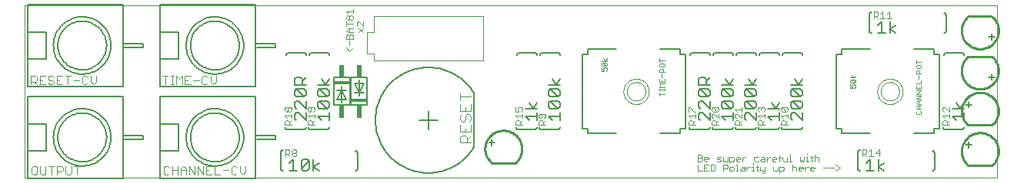
<source format=gto>
G75*
%MOIN*%
%OFA0B0*%
%FSLAX24Y24*%
%IPPOS*%
%LPD*%
%AMOC8*
5,1,8,0,0,1.08239X$1,22.5*
%
%ADD10C,0.0010*%
%ADD11C,0.0020*%
%ADD12C,0.0080*%
%ADD13C,0.0050*%
%ADD14C,0.0030*%
%ADD15C,0.0060*%
%ADD16R,0.0700X0.0150*%
%ADD17R,0.0200X0.0550*%
%ADD18C,0.0040*%
%ADD19C,0.0100*%
%ADD20C,0.0031*%
%ADD21C,0.0024*%
D10*
X007994Y004807D02*
X050120Y004807D01*
X050120Y012287D01*
X007994Y012287D01*
X007994Y004807D01*
D11*
X021938Y010484D02*
X022079Y010297D01*
X022219Y010484D01*
X022079Y010573D02*
X022079Y010760D01*
X022079Y010849D02*
X022079Y010989D01*
X022125Y011036D01*
X022172Y011036D01*
X022219Y010989D01*
X022219Y010849D01*
X021938Y010849D01*
X021938Y010989D01*
X021985Y011036D01*
X022032Y011036D01*
X022079Y010989D01*
X022079Y011125D02*
X022079Y011312D01*
X022032Y011312D02*
X022219Y011312D01*
X022219Y011495D02*
X021938Y011495D01*
X021938Y011402D02*
X021938Y011588D01*
X021985Y011678D02*
X022032Y011678D01*
X022079Y011725D01*
X022079Y011818D01*
X022125Y011865D01*
X022172Y011865D01*
X022219Y011818D01*
X022219Y011725D01*
X022172Y011678D01*
X022125Y011678D01*
X022079Y011725D01*
X022079Y011818D02*
X022032Y011865D01*
X021985Y011865D01*
X021938Y011818D01*
X021938Y011725D01*
X021985Y011678D01*
X022388Y011542D02*
X022388Y011448D01*
X022435Y011402D01*
X022482Y011312D02*
X022669Y011125D01*
X022482Y011125D02*
X022669Y011312D01*
X022669Y011402D02*
X022482Y011588D01*
X022435Y011588D01*
X022388Y011542D01*
X022669Y011588D02*
X022669Y011402D01*
X022032Y011312D02*
X021938Y011219D01*
X022032Y011125D01*
X022219Y011125D01*
X022219Y011954D02*
X022219Y012141D01*
X022219Y012048D02*
X021938Y012048D01*
X022032Y011954D01*
X033004Y009883D02*
X033224Y009883D01*
X033150Y009883D02*
X033077Y009993D01*
X033150Y009883D02*
X033224Y009993D01*
X033187Y009808D02*
X033224Y009772D01*
X033224Y009698D01*
X033187Y009662D01*
X033040Y009808D01*
X033187Y009808D01*
X033187Y009662D02*
X033040Y009662D01*
X033004Y009698D01*
X033004Y009772D01*
X033040Y009808D01*
X033004Y009587D02*
X033004Y009441D01*
X033114Y009441D01*
X033077Y009514D01*
X033077Y009551D01*
X033114Y009587D01*
X033187Y009587D01*
X033224Y009551D01*
X033224Y009477D01*
X033187Y009441D01*
X035504Y009404D02*
X035504Y009514D01*
X035540Y009551D01*
X035614Y009551D01*
X035650Y009514D01*
X035650Y009404D01*
X035724Y009404D02*
X035504Y009404D01*
X035614Y009330D02*
X035614Y009183D01*
X035724Y009109D02*
X035724Y008962D01*
X035504Y008962D01*
X035504Y009109D01*
X035614Y009035D02*
X035614Y008962D01*
X035504Y008888D02*
X035724Y008888D01*
X035724Y008741D02*
X035504Y008741D01*
X035577Y008814D01*
X035504Y008888D01*
X035504Y008667D02*
X035504Y008593D01*
X035504Y008630D02*
X035724Y008630D01*
X035724Y008593D02*
X035724Y008667D01*
X035724Y008446D02*
X035504Y008446D01*
X035504Y008519D02*
X035504Y008372D01*
X034094Y008557D02*
X034096Y008597D01*
X034102Y008636D01*
X034112Y008675D01*
X034125Y008712D01*
X034143Y008748D01*
X034164Y008782D01*
X034188Y008814D01*
X034215Y008843D01*
X034245Y008870D01*
X034277Y008893D01*
X034312Y008913D01*
X034348Y008929D01*
X034386Y008942D01*
X034425Y008951D01*
X034464Y008956D01*
X034504Y008957D01*
X034544Y008954D01*
X034583Y008947D01*
X034621Y008936D01*
X034659Y008922D01*
X034694Y008903D01*
X034727Y008882D01*
X034759Y008857D01*
X034787Y008829D01*
X034813Y008799D01*
X034835Y008766D01*
X034854Y008731D01*
X034870Y008694D01*
X034882Y008656D01*
X034890Y008617D01*
X034894Y008577D01*
X034894Y008537D01*
X034890Y008497D01*
X034882Y008458D01*
X034870Y008420D01*
X034854Y008383D01*
X034835Y008348D01*
X034813Y008315D01*
X034787Y008285D01*
X034759Y008257D01*
X034727Y008232D01*
X034694Y008211D01*
X034659Y008192D01*
X034621Y008178D01*
X034583Y008167D01*
X034544Y008160D01*
X034504Y008157D01*
X034464Y008158D01*
X034425Y008163D01*
X034386Y008172D01*
X034348Y008185D01*
X034312Y008201D01*
X034277Y008221D01*
X034245Y008244D01*
X034215Y008271D01*
X034188Y008300D01*
X034164Y008332D01*
X034143Y008366D01*
X034125Y008402D01*
X034112Y008439D01*
X034102Y008478D01*
X034096Y008517D01*
X034094Y008557D01*
X033944Y008557D02*
X033946Y008604D01*
X033952Y008650D01*
X033962Y008696D01*
X033975Y008740D01*
X033993Y008784D01*
X034014Y008825D01*
X034038Y008865D01*
X034066Y008903D01*
X034097Y008938D01*
X034131Y008970D01*
X034167Y008999D01*
X034206Y009025D01*
X034246Y009048D01*
X034289Y009067D01*
X034333Y009083D01*
X034378Y009095D01*
X034424Y009103D01*
X034471Y009107D01*
X034517Y009107D01*
X034564Y009103D01*
X034610Y009095D01*
X034655Y009083D01*
X034699Y009067D01*
X034742Y009048D01*
X034782Y009025D01*
X034821Y008999D01*
X034857Y008970D01*
X034891Y008938D01*
X034922Y008903D01*
X034950Y008865D01*
X034974Y008825D01*
X034995Y008784D01*
X035013Y008740D01*
X035026Y008696D01*
X035036Y008650D01*
X035042Y008604D01*
X035044Y008557D01*
X035042Y008510D01*
X035036Y008464D01*
X035026Y008418D01*
X035013Y008374D01*
X034995Y008330D01*
X034974Y008289D01*
X034950Y008249D01*
X034922Y008211D01*
X034891Y008176D01*
X034857Y008144D01*
X034821Y008115D01*
X034782Y008089D01*
X034742Y008066D01*
X034699Y008047D01*
X034655Y008031D01*
X034610Y008019D01*
X034564Y008011D01*
X034517Y008007D01*
X034471Y008007D01*
X034424Y008011D01*
X034378Y008019D01*
X034333Y008031D01*
X034289Y008047D01*
X034246Y008066D01*
X034206Y008089D01*
X034167Y008115D01*
X034131Y008144D01*
X034097Y008176D01*
X034066Y008211D01*
X034038Y008249D01*
X034014Y008289D01*
X033993Y008330D01*
X033975Y008374D01*
X033962Y008418D01*
X033952Y008464D01*
X033946Y008510D01*
X033944Y008557D01*
X035504Y009661D02*
X035540Y009625D01*
X035687Y009625D01*
X035724Y009661D01*
X035724Y009735D01*
X035687Y009772D01*
X035540Y009772D01*
X035504Y009735D01*
X035504Y009661D01*
X035504Y009846D02*
X035504Y009992D01*
X035504Y009919D02*
X035724Y009919D01*
X043763Y009154D02*
X043984Y009154D01*
X043910Y009154D02*
X043837Y009264D01*
X043910Y009154D02*
X043984Y009264D01*
X043947Y009080D02*
X043984Y009043D01*
X043984Y008970D01*
X043947Y008933D01*
X043800Y009080D01*
X043947Y009080D01*
X043947Y008933D02*
X043800Y008933D01*
X043763Y008970D01*
X043763Y009043D01*
X043800Y009080D01*
X043763Y008859D02*
X043763Y008712D01*
X043873Y008712D01*
X043837Y008786D01*
X043837Y008822D01*
X043873Y008859D01*
X043947Y008859D01*
X043984Y008822D01*
X043984Y008749D01*
X043947Y008712D01*
X045094Y008557D02*
X045096Y008597D01*
X045102Y008636D01*
X045112Y008675D01*
X045125Y008712D01*
X045143Y008748D01*
X045164Y008782D01*
X045188Y008814D01*
X045215Y008843D01*
X045245Y008870D01*
X045277Y008893D01*
X045312Y008913D01*
X045348Y008929D01*
X045386Y008942D01*
X045425Y008951D01*
X045464Y008956D01*
X045504Y008957D01*
X045544Y008954D01*
X045583Y008947D01*
X045621Y008936D01*
X045659Y008922D01*
X045694Y008903D01*
X045727Y008882D01*
X045759Y008857D01*
X045787Y008829D01*
X045813Y008799D01*
X045835Y008766D01*
X045854Y008731D01*
X045870Y008694D01*
X045882Y008656D01*
X045890Y008617D01*
X045894Y008577D01*
X045894Y008537D01*
X045890Y008497D01*
X045882Y008458D01*
X045870Y008420D01*
X045854Y008383D01*
X045835Y008348D01*
X045813Y008315D01*
X045787Y008285D01*
X045759Y008257D01*
X045727Y008232D01*
X045694Y008211D01*
X045659Y008192D01*
X045621Y008178D01*
X045583Y008167D01*
X045544Y008160D01*
X045504Y008157D01*
X045464Y008158D01*
X045425Y008163D01*
X045386Y008172D01*
X045348Y008185D01*
X045312Y008201D01*
X045277Y008221D01*
X045245Y008244D01*
X045215Y008271D01*
X045188Y008300D01*
X045164Y008332D01*
X045143Y008366D01*
X045125Y008402D01*
X045112Y008439D01*
X045102Y008478D01*
X045096Y008517D01*
X045094Y008557D01*
X044944Y008557D02*
X044946Y008604D01*
X044952Y008650D01*
X044962Y008696D01*
X044975Y008740D01*
X044993Y008784D01*
X045014Y008825D01*
X045038Y008865D01*
X045066Y008903D01*
X045097Y008938D01*
X045131Y008970D01*
X045167Y008999D01*
X045206Y009025D01*
X045246Y009048D01*
X045289Y009067D01*
X045333Y009083D01*
X045378Y009095D01*
X045424Y009103D01*
X045471Y009107D01*
X045517Y009107D01*
X045564Y009103D01*
X045610Y009095D01*
X045655Y009083D01*
X045699Y009067D01*
X045742Y009048D01*
X045782Y009025D01*
X045821Y008999D01*
X045857Y008970D01*
X045891Y008938D01*
X045922Y008903D01*
X045950Y008865D01*
X045974Y008825D01*
X045995Y008784D01*
X046013Y008740D01*
X046026Y008696D01*
X046036Y008650D01*
X046042Y008604D01*
X046044Y008557D01*
X046042Y008510D01*
X046036Y008464D01*
X046026Y008418D01*
X046013Y008374D01*
X045995Y008330D01*
X045974Y008289D01*
X045950Y008249D01*
X045922Y008211D01*
X045891Y008176D01*
X045857Y008144D01*
X045821Y008115D01*
X045782Y008089D01*
X045742Y008066D01*
X045699Y008047D01*
X045655Y008031D01*
X045610Y008019D01*
X045564Y008011D01*
X045517Y008007D01*
X045471Y008007D01*
X045424Y008011D01*
X045378Y008019D01*
X045333Y008031D01*
X045289Y008047D01*
X045246Y008066D01*
X045206Y008089D01*
X045167Y008115D01*
X045131Y008144D01*
X045097Y008176D01*
X045066Y008211D01*
X045038Y008249D01*
X045014Y008289D01*
X044993Y008330D01*
X044975Y008374D01*
X044962Y008418D01*
X044952Y008464D01*
X044946Y008510D01*
X044944Y008557D01*
X046616Y008598D02*
X046836Y008598D01*
X046616Y008451D01*
X046836Y008451D01*
X046836Y008377D02*
X046616Y008377D01*
X046616Y008230D02*
X046836Y008377D01*
X046836Y008230D02*
X046616Y008230D01*
X046689Y008156D02*
X046836Y008156D01*
X046726Y008156D02*
X046726Y008009D01*
X046689Y008009D02*
X046616Y008082D01*
X046689Y008156D01*
X046689Y008009D02*
X046836Y008009D01*
X046836Y007935D02*
X046616Y007935D01*
X046726Y007935D02*
X046726Y007788D01*
X046799Y007714D02*
X046836Y007677D01*
X046836Y007604D01*
X046799Y007567D01*
X046652Y007567D01*
X046616Y007604D01*
X046616Y007677D01*
X046652Y007714D01*
X046616Y007788D02*
X046836Y007788D01*
X046836Y008672D02*
X046836Y008819D01*
X046836Y008893D02*
X046836Y009040D01*
X046726Y009114D02*
X046726Y009261D01*
X046763Y009335D02*
X046763Y009445D01*
X046726Y009482D01*
X046652Y009482D01*
X046616Y009445D01*
X046616Y009335D01*
X046836Y009335D01*
X046799Y009556D02*
X046836Y009593D01*
X046836Y009666D01*
X046799Y009703D01*
X046652Y009703D01*
X046616Y009666D01*
X046616Y009593D01*
X046652Y009556D01*
X046799Y009556D01*
X046616Y009777D02*
X046616Y009924D01*
X046616Y009850D02*
X046836Y009850D01*
X046836Y008893D02*
X046616Y008893D01*
X046616Y008819D02*
X046616Y008672D01*
X046836Y008672D01*
X046726Y008672D02*
X046726Y008745D01*
X042228Y005797D02*
X042228Y005517D01*
X042137Y005517D02*
X042091Y005563D01*
X042091Y005750D01*
X042044Y005704D02*
X042137Y005704D01*
X042228Y005657D02*
X042275Y005704D01*
X042368Y005704D01*
X042415Y005657D01*
X042415Y005517D01*
X042184Y005284D02*
X042231Y005237D01*
X042231Y005190D01*
X042044Y005190D01*
X042044Y005143D02*
X042044Y005237D01*
X042091Y005284D01*
X042184Y005284D01*
X042044Y005143D02*
X042091Y005097D01*
X042184Y005097D01*
X041907Y005284D02*
X041814Y005190D01*
X041724Y005190D02*
X041537Y005190D01*
X041537Y005143D02*
X041537Y005237D01*
X041584Y005284D01*
X041678Y005284D01*
X041724Y005237D01*
X041724Y005190D01*
X041678Y005097D02*
X041584Y005097D01*
X041537Y005143D01*
X041448Y005097D02*
X041448Y005237D01*
X041401Y005284D01*
X041308Y005284D01*
X041261Y005237D01*
X041261Y005377D02*
X041261Y005097D01*
X040896Y005143D02*
X040849Y005097D01*
X040709Y005097D01*
X040619Y005097D02*
X040619Y005284D01*
X040709Y005284D02*
X040849Y005284D01*
X040896Y005237D01*
X040896Y005143D01*
X040709Y005003D02*
X040709Y005284D01*
X040709Y005517D02*
X040709Y005750D01*
X040756Y005797D01*
X040847Y005704D02*
X040847Y005563D01*
X040894Y005517D01*
X041034Y005517D01*
X041034Y005704D01*
X041123Y005797D02*
X041170Y005797D01*
X041170Y005517D01*
X041216Y005517D02*
X041123Y005517D01*
X040756Y005657D02*
X040663Y005657D01*
X040573Y005657D02*
X040573Y005610D01*
X040386Y005610D01*
X040386Y005563D02*
X040386Y005657D01*
X040433Y005704D01*
X040527Y005704D01*
X040573Y005657D01*
X040527Y005517D02*
X040433Y005517D01*
X040386Y005563D01*
X040296Y005704D02*
X040250Y005704D01*
X040156Y005610D01*
X040067Y005610D02*
X039927Y005610D01*
X039880Y005563D01*
X039927Y005517D01*
X040067Y005517D01*
X040067Y005657D01*
X040020Y005704D01*
X039927Y005704D01*
X039791Y005704D02*
X039650Y005704D01*
X039604Y005657D01*
X039604Y005563D01*
X039650Y005517D01*
X039791Y005517D01*
X039743Y005330D02*
X039743Y005143D01*
X039789Y005097D01*
X039880Y005143D02*
X039927Y005097D01*
X040067Y005097D01*
X040067Y005050D02*
X040020Y005003D01*
X039973Y005003D01*
X040067Y005050D02*
X040067Y005284D01*
X039880Y005284D02*
X039880Y005143D01*
X039789Y005284D02*
X039696Y005284D01*
X039558Y005284D02*
X039558Y005097D01*
X039512Y005097D02*
X039605Y005097D01*
X039375Y005284D02*
X039282Y005190D01*
X039192Y005190D02*
X039052Y005190D01*
X039005Y005143D01*
X039052Y005097D01*
X039192Y005097D01*
X039192Y005237D01*
X039145Y005284D01*
X039052Y005284D01*
X038868Y005377D02*
X038868Y005097D01*
X038821Y005097D02*
X038915Y005097D01*
X038732Y005143D02*
X038732Y005237D01*
X038685Y005284D01*
X038592Y005284D01*
X038545Y005237D01*
X038545Y005143D01*
X038592Y005097D01*
X038685Y005097D01*
X038732Y005143D01*
X038821Y005377D02*
X038868Y005377D01*
X038868Y005517D02*
X038821Y005563D01*
X038821Y005657D01*
X038868Y005704D01*
X038961Y005704D01*
X039008Y005657D01*
X039008Y005610D01*
X038821Y005610D01*
X038732Y005563D02*
X038685Y005517D01*
X038545Y005517D01*
X038455Y005517D02*
X038455Y005704D01*
X038545Y005704D02*
X038685Y005704D01*
X038732Y005657D01*
X038732Y005563D01*
X038868Y005517D02*
X038961Y005517D01*
X039097Y005517D02*
X039097Y005704D01*
X039191Y005704D02*
X039237Y005704D01*
X039191Y005704D02*
X039097Y005610D01*
X038545Y005704D02*
X038545Y005423D01*
X038455Y005330D02*
X038455Y005237D01*
X038409Y005190D01*
X038269Y005190D01*
X038269Y005097D02*
X038269Y005377D01*
X038409Y005377D01*
X038455Y005330D01*
X038455Y005517D02*
X038315Y005517D01*
X038269Y005563D01*
X038269Y005704D01*
X038179Y005704D02*
X038039Y005704D01*
X037992Y005657D01*
X038039Y005610D01*
X038133Y005610D01*
X038179Y005563D01*
X038133Y005517D01*
X037992Y005517D01*
X037856Y005377D02*
X037716Y005377D01*
X037716Y005097D01*
X037856Y005097D01*
X037903Y005143D01*
X037903Y005330D01*
X037856Y005377D01*
X037627Y005377D02*
X037440Y005377D01*
X037440Y005097D01*
X037627Y005097D01*
X037533Y005237D02*
X037440Y005237D01*
X037351Y005097D02*
X037164Y005097D01*
X037164Y005377D01*
X037164Y005517D02*
X037304Y005517D01*
X037351Y005563D01*
X037351Y005610D01*
X037304Y005657D01*
X037164Y005657D01*
X037304Y005657D02*
X037351Y005704D01*
X037351Y005750D01*
X037304Y005797D01*
X037164Y005797D01*
X037164Y005517D01*
X037440Y005563D02*
X037440Y005657D01*
X037487Y005704D01*
X037580Y005704D01*
X037627Y005657D01*
X037627Y005610D01*
X037440Y005610D01*
X037440Y005563D02*
X037487Y005517D01*
X037580Y005517D01*
X039282Y005284D02*
X039282Y005097D01*
X039375Y005284D02*
X039422Y005284D01*
X039512Y005284D02*
X039558Y005284D01*
X039558Y005377D02*
X039558Y005424D01*
X040156Y005517D02*
X040156Y005704D01*
X040432Y005284D02*
X040432Y005143D01*
X040479Y005097D01*
X040619Y005097D01*
X041814Y005097D02*
X041814Y005284D01*
X041907Y005284D02*
X041954Y005284D01*
X041953Y005517D02*
X041860Y005517D01*
X041906Y005517D02*
X041906Y005704D01*
X041860Y005704D01*
X041770Y005704D02*
X041770Y005563D01*
X041724Y005517D01*
X041677Y005563D01*
X041630Y005517D01*
X041583Y005563D01*
X041583Y005704D01*
X041906Y005797D02*
X041906Y005844D01*
X043149Y005377D02*
X043336Y005237D01*
X043149Y005097D01*
X043059Y005237D02*
X042873Y005237D01*
X042783Y005237D02*
X042596Y005237D01*
D12*
X043387Y006726D02*
X044647Y006726D01*
X043387Y006726D02*
X043387Y006943D01*
X043171Y006943D01*
X043171Y010171D01*
X043387Y010171D01*
X043387Y010387D01*
X044647Y010387D01*
X046537Y010387D02*
X047403Y010387D01*
X047403Y010171D01*
X047620Y010171D01*
X047620Y006943D01*
X047403Y006943D01*
X047403Y006726D01*
X046537Y006726D01*
X036620Y006943D02*
X036403Y006943D01*
X036403Y006726D01*
X035537Y006726D01*
X036620Y006943D02*
X036620Y010171D01*
X036403Y010171D01*
X036403Y010387D01*
X035537Y010387D01*
X033647Y010387D02*
X032387Y010387D01*
X032387Y010171D01*
X032171Y010171D01*
X032171Y006943D01*
X032387Y006943D01*
X032387Y006726D01*
X033647Y006726D01*
D13*
X028369Y006330D02*
X028119Y006330D01*
X028246Y006207D02*
X028246Y006457D01*
X027462Y006126D02*
X027462Y008488D01*
X025494Y007700D02*
X025494Y006913D01*
X027463Y006126D02*
X027412Y006045D01*
X027359Y005967D01*
X027302Y005892D01*
X027242Y005818D01*
X027179Y005747D01*
X027113Y005679D01*
X027044Y005614D01*
X026973Y005551D01*
X026900Y005491D01*
X026823Y005435D01*
X026745Y005382D01*
X026664Y005332D01*
X026582Y005285D01*
X026498Y005242D01*
X026411Y005202D01*
X026324Y005166D01*
X026235Y005134D01*
X026144Y005105D01*
X026053Y005080D01*
X025961Y005059D01*
X025867Y005042D01*
X025773Y005028D01*
X025679Y005018D01*
X025585Y005013D01*
X025490Y005011D01*
X025395Y005013D01*
X025300Y005019D01*
X025206Y005029D01*
X025112Y005043D01*
X025019Y005061D01*
X024927Y005082D01*
X024836Y005107D01*
X024745Y005136D01*
X024656Y005169D01*
X024569Y005206D01*
X024483Y005246D01*
X024399Y005289D01*
X024316Y005336D01*
X024236Y005386D01*
X024158Y005440D01*
X024082Y005497D01*
X024008Y005556D01*
X023937Y005619D01*
X023869Y005685D01*
X023803Y005753D01*
X023741Y005825D01*
X023681Y005898D01*
X023624Y005974D01*
X023571Y006053D01*
X023521Y006133D01*
X023474Y006215D01*
X023431Y006300D01*
X023391Y006386D01*
X023355Y006473D01*
X023322Y006562D01*
X023293Y006653D01*
X023268Y006744D01*
X023247Y006836D01*
X023229Y006930D01*
X023216Y007023D01*
X023206Y007118D01*
X023200Y007212D01*
X023198Y007307D01*
X023200Y007402D01*
X023206Y007496D01*
X023216Y007591D01*
X023229Y007684D01*
X023247Y007778D01*
X023268Y007870D01*
X023293Y007961D01*
X023322Y008052D01*
X023355Y008141D01*
X023391Y008228D01*
X023431Y008314D01*
X023474Y008399D01*
X023521Y008481D01*
X023571Y008561D01*
X023624Y008640D01*
X023681Y008716D01*
X023741Y008789D01*
X023803Y008861D01*
X023869Y008929D01*
X023937Y008995D01*
X024008Y009058D01*
X024082Y009117D01*
X024158Y009174D01*
X024236Y009228D01*
X024316Y009278D01*
X024399Y009325D01*
X024483Y009368D01*
X024569Y009408D01*
X024656Y009445D01*
X024745Y009478D01*
X024836Y009507D01*
X024927Y009532D01*
X025019Y009553D01*
X025112Y009571D01*
X025206Y009585D01*
X025300Y009595D01*
X025395Y009601D01*
X025490Y009603D01*
X025585Y009601D01*
X025679Y009596D01*
X025773Y009586D01*
X025867Y009572D01*
X025961Y009555D01*
X026053Y009534D01*
X026144Y009509D01*
X026235Y009480D01*
X026324Y009448D01*
X026411Y009412D01*
X026498Y009372D01*
X026582Y009329D01*
X026664Y009282D01*
X026745Y009232D01*
X026823Y009179D01*
X026900Y009123D01*
X026973Y009063D01*
X027044Y009000D01*
X027113Y008935D01*
X027179Y008867D01*
X027242Y008796D01*
X027302Y008722D01*
X027359Y008647D01*
X027412Y008569D01*
X027463Y008488D01*
X025887Y007307D02*
X025100Y007307D01*
X018881Y006635D02*
X018881Y006478D01*
X018055Y006478D01*
X018015Y006635D02*
X018881Y006635D01*
X018015Y006635D02*
X018015Y008328D01*
X013881Y008328D01*
X013881Y007147D01*
X014669Y007147D01*
X014669Y005966D01*
X013881Y005966D01*
X013881Y007147D01*
X013131Y006635D02*
X012265Y006635D01*
X012265Y008328D01*
X008131Y008328D01*
X008131Y007147D01*
X008919Y007147D01*
X008919Y005966D01*
X008131Y005966D01*
X008131Y007147D01*
X009435Y006557D02*
X009437Y006622D01*
X009443Y006686D01*
X009453Y006750D01*
X009466Y006813D01*
X009484Y006875D01*
X009505Y006936D01*
X009530Y006996D01*
X009559Y007054D01*
X009591Y007110D01*
X009626Y007164D01*
X009665Y007215D01*
X009706Y007265D01*
X009751Y007312D01*
X009798Y007355D01*
X009848Y007396D01*
X009901Y007434D01*
X009955Y007469D01*
X010012Y007500D01*
X010070Y007527D01*
X010130Y007552D01*
X010191Y007572D01*
X010254Y007588D01*
X010317Y007601D01*
X010381Y007610D01*
X010446Y007615D01*
X010510Y007616D01*
X010575Y007613D01*
X010639Y007606D01*
X010703Y007595D01*
X010765Y007581D01*
X010827Y007562D01*
X010888Y007540D01*
X010947Y007514D01*
X011005Y007485D01*
X011060Y007452D01*
X011114Y007416D01*
X011165Y007376D01*
X011214Y007334D01*
X011260Y007289D01*
X011303Y007240D01*
X011343Y007190D01*
X011380Y007137D01*
X011414Y007082D01*
X011444Y007025D01*
X011471Y006966D01*
X011494Y006906D01*
X011513Y006844D01*
X011529Y006781D01*
X011541Y006718D01*
X011549Y006654D01*
X011553Y006589D01*
X011553Y006525D01*
X011549Y006460D01*
X011541Y006396D01*
X011529Y006333D01*
X011513Y006270D01*
X011494Y006208D01*
X011471Y006148D01*
X011444Y006089D01*
X011414Y006032D01*
X011380Y005977D01*
X011343Y005924D01*
X011303Y005874D01*
X011260Y005825D01*
X011214Y005780D01*
X011165Y005738D01*
X011114Y005698D01*
X011060Y005662D01*
X011005Y005629D01*
X010947Y005600D01*
X010888Y005574D01*
X010827Y005552D01*
X010765Y005533D01*
X010703Y005519D01*
X010639Y005508D01*
X010575Y005501D01*
X010510Y005498D01*
X010446Y005499D01*
X010381Y005504D01*
X010317Y005513D01*
X010254Y005526D01*
X010191Y005542D01*
X010130Y005562D01*
X010070Y005587D01*
X010012Y005614D01*
X009955Y005645D01*
X009901Y005680D01*
X009848Y005718D01*
X009798Y005759D01*
X009751Y005802D01*
X009706Y005849D01*
X009665Y005899D01*
X009626Y005950D01*
X009591Y006004D01*
X009559Y006060D01*
X009530Y006118D01*
X009505Y006178D01*
X009484Y006239D01*
X009466Y006301D01*
X009453Y006364D01*
X009443Y006428D01*
X009437Y006492D01*
X009435Y006557D01*
X009249Y006557D02*
X009251Y006627D01*
X009257Y006698D01*
X009267Y006767D01*
X009281Y006836D01*
X009299Y006905D01*
X009320Y006972D01*
X009345Y007038D01*
X009374Y007102D01*
X009407Y007164D01*
X009443Y007225D01*
X009483Y007283D01*
X009525Y007339D01*
X009571Y007393D01*
X009620Y007444D01*
X009671Y007492D01*
X009726Y007537D01*
X009782Y007579D01*
X009841Y007617D01*
X009902Y007652D01*
X009965Y007684D01*
X010030Y007712D01*
X010096Y007737D01*
X010163Y007757D01*
X010232Y007774D01*
X010301Y007787D01*
X010371Y007796D01*
X010441Y007801D01*
X010512Y007802D01*
X010582Y007799D01*
X010652Y007792D01*
X010722Y007781D01*
X010791Y007766D01*
X010859Y007747D01*
X010925Y007725D01*
X010991Y007699D01*
X011055Y007669D01*
X011117Y007635D01*
X011177Y007598D01*
X011234Y007558D01*
X011290Y007514D01*
X011343Y007468D01*
X011393Y007418D01*
X011440Y007366D01*
X011484Y007311D01*
X011525Y007254D01*
X011563Y007195D01*
X011598Y007133D01*
X011628Y007070D01*
X011656Y007005D01*
X011679Y006938D01*
X011699Y006871D01*
X011715Y006802D01*
X011727Y006733D01*
X011735Y006663D01*
X011739Y006592D01*
X011739Y006522D01*
X011735Y006451D01*
X011727Y006381D01*
X011715Y006312D01*
X011699Y006243D01*
X011679Y006176D01*
X011656Y006109D01*
X011628Y006044D01*
X011598Y005981D01*
X011563Y005919D01*
X011525Y005860D01*
X011484Y005803D01*
X011440Y005748D01*
X011393Y005696D01*
X011343Y005646D01*
X011290Y005600D01*
X011234Y005556D01*
X011177Y005516D01*
X011116Y005479D01*
X011055Y005445D01*
X010991Y005415D01*
X010925Y005389D01*
X010859Y005367D01*
X010791Y005348D01*
X010722Y005333D01*
X010652Y005322D01*
X010582Y005315D01*
X010512Y005312D01*
X010441Y005313D01*
X010371Y005318D01*
X010301Y005327D01*
X010232Y005340D01*
X010163Y005357D01*
X010096Y005377D01*
X010030Y005402D01*
X009965Y005430D01*
X009902Y005462D01*
X009841Y005497D01*
X009782Y005535D01*
X009726Y005577D01*
X009671Y005622D01*
X009620Y005670D01*
X009571Y005721D01*
X009525Y005775D01*
X009483Y005831D01*
X009443Y005889D01*
X009407Y005950D01*
X009374Y006012D01*
X009345Y006076D01*
X009320Y006142D01*
X009299Y006209D01*
X009281Y006278D01*
X009267Y006347D01*
X009257Y006416D01*
X009251Y006487D01*
X009249Y006557D01*
X008131Y005966D02*
X008131Y004785D01*
X012265Y004785D01*
X012265Y006635D01*
X012305Y006478D02*
X013131Y006478D01*
X013131Y006635D01*
X013881Y005966D02*
X013881Y004785D01*
X018015Y004785D01*
X018015Y006635D01*
X015185Y006557D02*
X015187Y006622D01*
X015193Y006686D01*
X015203Y006750D01*
X015216Y006813D01*
X015234Y006875D01*
X015255Y006936D01*
X015280Y006996D01*
X015309Y007054D01*
X015341Y007110D01*
X015376Y007164D01*
X015415Y007215D01*
X015456Y007265D01*
X015501Y007312D01*
X015548Y007355D01*
X015598Y007396D01*
X015651Y007434D01*
X015705Y007469D01*
X015762Y007500D01*
X015820Y007527D01*
X015880Y007552D01*
X015941Y007572D01*
X016004Y007588D01*
X016067Y007601D01*
X016131Y007610D01*
X016196Y007615D01*
X016260Y007616D01*
X016325Y007613D01*
X016389Y007606D01*
X016453Y007595D01*
X016515Y007581D01*
X016577Y007562D01*
X016638Y007540D01*
X016697Y007514D01*
X016755Y007485D01*
X016810Y007452D01*
X016864Y007416D01*
X016915Y007376D01*
X016964Y007334D01*
X017010Y007289D01*
X017053Y007240D01*
X017093Y007190D01*
X017130Y007137D01*
X017164Y007082D01*
X017194Y007025D01*
X017221Y006966D01*
X017244Y006906D01*
X017263Y006844D01*
X017279Y006781D01*
X017291Y006718D01*
X017299Y006654D01*
X017303Y006589D01*
X017303Y006525D01*
X017299Y006460D01*
X017291Y006396D01*
X017279Y006333D01*
X017263Y006270D01*
X017244Y006208D01*
X017221Y006148D01*
X017194Y006089D01*
X017164Y006032D01*
X017130Y005977D01*
X017093Y005924D01*
X017053Y005874D01*
X017010Y005825D01*
X016964Y005780D01*
X016915Y005738D01*
X016864Y005698D01*
X016810Y005662D01*
X016755Y005629D01*
X016697Y005600D01*
X016638Y005574D01*
X016577Y005552D01*
X016515Y005533D01*
X016453Y005519D01*
X016389Y005508D01*
X016325Y005501D01*
X016260Y005498D01*
X016196Y005499D01*
X016131Y005504D01*
X016067Y005513D01*
X016004Y005526D01*
X015941Y005542D01*
X015880Y005562D01*
X015820Y005587D01*
X015762Y005614D01*
X015705Y005645D01*
X015651Y005680D01*
X015598Y005718D01*
X015548Y005759D01*
X015501Y005802D01*
X015456Y005849D01*
X015415Y005899D01*
X015376Y005950D01*
X015341Y006004D01*
X015309Y006060D01*
X015280Y006118D01*
X015255Y006178D01*
X015234Y006239D01*
X015216Y006301D01*
X015203Y006364D01*
X015193Y006428D01*
X015187Y006492D01*
X015185Y006557D01*
X014999Y006557D02*
X015001Y006627D01*
X015007Y006698D01*
X015017Y006767D01*
X015031Y006836D01*
X015049Y006905D01*
X015070Y006972D01*
X015095Y007038D01*
X015124Y007102D01*
X015157Y007164D01*
X015193Y007225D01*
X015233Y007283D01*
X015275Y007339D01*
X015321Y007393D01*
X015370Y007444D01*
X015421Y007492D01*
X015476Y007537D01*
X015532Y007579D01*
X015591Y007617D01*
X015652Y007652D01*
X015715Y007684D01*
X015780Y007712D01*
X015846Y007737D01*
X015913Y007757D01*
X015982Y007774D01*
X016051Y007787D01*
X016121Y007796D01*
X016191Y007801D01*
X016262Y007802D01*
X016332Y007799D01*
X016402Y007792D01*
X016472Y007781D01*
X016541Y007766D01*
X016609Y007747D01*
X016675Y007725D01*
X016741Y007699D01*
X016805Y007669D01*
X016867Y007635D01*
X016927Y007598D01*
X016984Y007558D01*
X017040Y007514D01*
X017093Y007468D01*
X017143Y007418D01*
X017190Y007366D01*
X017234Y007311D01*
X017275Y007254D01*
X017313Y007195D01*
X017348Y007133D01*
X017378Y007070D01*
X017406Y007005D01*
X017429Y006938D01*
X017449Y006871D01*
X017465Y006802D01*
X017477Y006733D01*
X017485Y006663D01*
X017489Y006592D01*
X017489Y006522D01*
X017485Y006451D01*
X017477Y006381D01*
X017465Y006312D01*
X017449Y006243D01*
X017429Y006176D01*
X017406Y006109D01*
X017378Y006044D01*
X017348Y005981D01*
X017313Y005919D01*
X017275Y005860D01*
X017234Y005803D01*
X017190Y005748D01*
X017143Y005696D01*
X017093Y005646D01*
X017040Y005600D01*
X016984Y005556D01*
X016927Y005516D01*
X016866Y005479D01*
X016805Y005445D01*
X016741Y005415D01*
X016675Y005389D01*
X016609Y005367D01*
X016541Y005348D01*
X016472Y005333D01*
X016402Y005322D01*
X016332Y005315D01*
X016262Y005312D01*
X016191Y005313D01*
X016121Y005318D01*
X016051Y005327D01*
X015982Y005340D01*
X015913Y005357D01*
X015846Y005377D01*
X015780Y005402D01*
X015715Y005430D01*
X015652Y005462D01*
X015591Y005497D01*
X015532Y005535D01*
X015476Y005577D01*
X015421Y005622D01*
X015370Y005670D01*
X015321Y005721D01*
X015275Y005775D01*
X015233Y005831D01*
X015193Y005889D01*
X015157Y005950D01*
X015124Y006012D01*
X015095Y006076D01*
X015070Y006142D01*
X015049Y006209D01*
X015031Y006278D01*
X015017Y006347D01*
X015007Y006416D01*
X015001Y006487D01*
X014999Y006557D01*
X013881Y008785D02*
X018015Y008785D01*
X018015Y010635D01*
X018881Y010635D01*
X018881Y010478D01*
X018055Y010478D01*
X018015Y010635D02*
X018015Y012328D01*
X013881Y012328D01*
X013881Y011147D01*
X014669Y011147D01*
X014669Y009966D01*
X013881Y009966D01*
X013881Y011147D01*
X013131Y010635D02*
X012265Y010635D01*
X012265Y012328D01*
X008131Y012328D01*
X008131Y011147D01*
X008919Y011147D01*
X008919Y009966D01*
X008131Y009966D01*
X008131Y011147D01*
X009435Y010557D02*
X009437Y010622D01*
X009443Y010686D01*
X009453Y010750D01*
X009466Y010813D01*
X009484Y010875D01*
X009505Y010936D01*
X009530Y010996D01*
X009559Y011054D01*
X009591Y011110D01*
X009626Y011164D01*
X009665Y011215D01*
X009706Y011265D01*
X009751Y011312D01*
X009798Y011355D01*
X009848Y011396D01*
X009901Y011434D01*
X009955Y011469D01*
X010012Y011500D01*
X010070Y011527D01*
X010130Y011552D01*
X010191Y011572D01*
X010254Y011588D01*
X010317Y011601D01*
X010381Y011610D01*
X010446Y011615D01*
X010510Y011616D01*
X010575Y011613D01*
X010639Y011606D01*
X010703Y011595D01*
X010765Y011581D01*
X010827Y011562D01*
X010888Y011540D01*
X010947Y011514D01*
X011005Y011485D01*
X011060Y011452D01*
X011114Y011416D01*
X011165Y011376D01*
X011214Y011334D01*
X011260Y011289D01*
X011303Y011240D01*
X011343Y011190D01*
X011380Y011137D01*
X011414Y011082D01*
X011444Y011025D01*
X011471Y010966D01*
X011494Y010906D01*
X011513Y010844D01*
X011529Y010781D01*
X011541Y010718D01*
X011549Y010654D01*
X011553Y010589D01*
X011553Y010525D01*
X011549Y010460D01*
X011541Y010396D01*
X011529Y010333D01*
X011513Y010270D01*
X011494Y010208D01*
X011471Y010148D01*
X011444Y010089D01*
X011414Y010032D01*
X011380Y009977D01*
X011343Y009924D01*
X011303Y009874D01*
X011260Y009825D01*
X011214Y009780D01*
X011165Y009738D01*
X011114Y009698D01*
X011060Y009662D01*
X011005Y009629D01*
X010947Y009600D01*
X010888Y009574D01*
X010827Y009552D01*
X010765Y009533D01*
X010703Y009519D01*
X010639Y009508D01*
X010575Y009501D01*
X010510Y009498D01*
X010446Y009499D01*
X010381Y009504D01*
X010317Y009513D01*
X010254Y009526D01*
X010191Y009542D01*
X010130Y009562D01*
X010070Y009587D01*
X010012Y009614D01*
X009955Y009645D01*
X009901Y009680D01*
X009848Y009718D01*
X009798Y009759D01*
X009751Y009802D01*
X009706Y009849D01*
X009665Y009899D01*
X009626Y009950D01*
X009591Y010004D01*
X009559Y010060D01*
X009530Y010118D01*
X009505Y010178D01*
X009484Y010239D01*
X009466Y010301D01*
X009453Y010364D01*
X009443Y010428D01*
X009437Y010492D01*
X009435Y010557D01*
X009249Y010557D02*
X009251Y010627D01*
X009257Y010698D01*
X009267Y010767D01*
X009281Y010836D01*
X009299Y010905D01*
X009320Y010972D01*
X009345Y011038D01*
X009374Y011102D01*
X009407Y011164D01*
X009443Y011225D01*
X009483Y011283D01*
X009525Y011339D01*
X009571Y011393D01*
X009620Y011444D01*
X009671Y011492D01*
X009726Y011537D01*
X009782Y011579D01*
X009841Y011617D01*
X009902Y011652D01*
X009965Y011684D01*
X010030Y011712D01*
X010096Y011737D01*
X010163Y011757D01*
X010232Y011774D01*
X010301Y011787D01*
X010371Y011796D01*
X010441Y011801D01*
X010512Y011802D01*
X010582Y011799D01*
X010652Y011792D01*
X010722Y011781D01*
X010791Y011766D01*
X010859Y011747D01*
X010925Y011725D01*
X010991Y011699D01*
X011055Y011669D01*
X011117Y011635D01*
X011177Y011598D01*
X011234Y011558D01*
X011290Y011514D01*
X011343Y011468D01*
X011393Y011418D01*
X011440Y011366D01*
X011484Y011311D01*
X011525Y011254D01*
X011563Y011195D01*
X011598Y011133D01*
X011628Y011070D01*
X011656Y011005D01*
X011679Y010938D01*
X011699Y010871D01*
X011715Y010802D01*
X011727Y010733D01*
X011735Y010663D01*
X011739Y010592D01*
X011739Y010522D01*
X011735Y010451D01*
X011727Y010381D01*
X011715Y010312D01*
X011699Y010243D01*
X011679Y010176D01*
X011656Y010109D01*
X011628Y010044D01*
X011598Y009981D01*
X011563Y009919D01*
X011525Y009860D01*
X011484Y009803D01*
X011440Y009748D01*
X011393Y009696D01*
X011343Y009646D01*
X011290Y009600D01*
X011234Y009556D01*
X011177Y009516D01*
X011116Y009479D01*
X011055Y009445D01*
X010991Y009415D01*
X010925Y009389D01*
X010859Y009367D01*
X010791Y009348D01*
X010722Y009333D01*
X010652Y009322D01*
X010582Y009315D01*
X010512Y009312D01*
X010441Y009313D01*
X010371Y009318D01*
X010301Y009327D01*
X010232Y009340D01*
X010163Y009357D01*
X010096Y009377D01*
X010030Y009402D01*
X009965Y009430D01*
X009902Y009462D01*
X009841Y009497D01*
X009782Y009535D01*
X009726Y009577D01*
X009671Y009622D01*
X009620Y009670D01*
X009571Y009721D01*
X009525Y009775D01*
X009483Y009831D01*
X009443Y009889D01*
X009407Y009950D01*
X009374Y010012D01*
X009345Y010076D01*
X009320Y010142D01*
X009299Y010209D01*
X009281Y010278D01*
X009267Y010347D01*
X009257Y010416D01*
X009251Y010487D01*
X009249Y010557D01*
X008131Y009966D02*
X008131Y008785D01*
X012265Y008785D01*
X012265Y010635D01*
X012305Y010478D02*
X013131Y010478D01*
X013131Y010635D01*
X013881Y009966D02*
X013881Y008785D01*
X015185Y010557D02*
X015187Y010622D01*
X015193Y010686D01*
X015203Y010750D01*
X015216Y010813D01*
X015234Y010875D01*
X015255Y010936D01*
X015280Y010996D01*
X015309Y011054D01*
X015341Y011110D01*
X015376Y011164D01*
X015415Y011215D01*
X015456Y011265D01*
X015501Y011312D01*
X015548Y011355D01*
X015598Y011396D01*
X015651Y011434D01*
X015705Y011469D01*
X015762Y011500D01*
X015820Y011527D01*
X015880Y011552D01*
X015941Y011572D01*
X016004Y011588D01*
X016067Y011601D01*
X016131Y011610D01*
X016196Y011615D01*
X016260Y011616D01*
X016325Y011613D01*
X016389Y011606D01*
X016453Y011595D01*
X016515Y011581D01*
X016577Y011562D01*
X016638Y011540D01*
X016697Y011514D01*
X016755Y011485D01*
X016810Y011452D01*
X016864Y011416D01*
X016915Y011376D01*
X016964Y011334D01*
X017010Y011289D01*
X017053Y011240D01*
X017093Y011190D01*
X017130Y011137D01*
X017164Y011082D01*
X017194Y011025D01*
X017221Y010966D01*
X017244Y010906D01*
X017263Y010844D01*
X017279Y010781D01*
X017291Y010718D01*
X017299Y010654D01*
X017303Y010589D01*
X017303Y010525D01*
X017299Y010460D01*
X017291Y010396D01*
X017279Y010333D01*
X017263Y010270D01*
X017244Y010208D01*
X017221Y010148D01*
X017194Y010089D01*
X017164Y010032D01*
X017130Y009977D01*
X017093Y009924D01*
X017053Y009874D01*
X017010Y009825D01*
X016964Y009780D01*
X016915Y009738D01*
X016864Y009698D01*
X016810Y009662D01*
X016755Y009629D01*
X016697Y009600D01*
X016638Y009574D01*
X016577Y009552D01*
X016515Y009533D01*
X016453Y009519D01*
X016389Y009508D01*
X016325Y009501D01*
X016260Y009498D01*
X016196Y009499D01*
X016131Y009504D01*
X016067Y009513D01*
X016004Y009526D01*
X015941Y009542D01*
X015880Y009562D01*
X015820Y009587D01*
X015762Y009614D01*
X015705Y009645D01*
X015651Y009680D01*
X015598Y009718D01*
X015548Y009759D01*
X015501Y009802D01*
X015456Y009849D01*
X015415Y009899D01*
X015376Y009950D01*
X015341Y010004D01*
X015309Y010060D01*
X015280Y010118D01*
X015255Y010178D01*
X015234Y010239D01*
X015216Y010301D01*
X015203Y010364D01*
X015193Y010428D01*
X015187Y010492D01*
X015185Y010557D01*
X014999Y010557D02*
X015001Y010627D01*
X015007Y010698D01*
X015017Y010767D01*
X015031Y010836D01*
X015049Y010905D01*
X015070Y010972D01*
X015095Y011038D01*
X015124Y011102D01*
X015157Y011164D01*
X015193Y011225D01*
X015233Y011283D01*
X015275Y011339D01*
X015321Y011393D01*
X015370Y011444D01*
X015421Y011492D01*
X015476Y011537D01*
X015532Y011579D01*
X015591Y011617D01*
X015652Y011652D01*
X015715Y011684D01*
X015780Y011712D01*
X015846Y011737D01*
X015913Y011757D01*
X015982Y011774D01*
X016051Y011787D01*
X016121Y011796D01*
X016191Y011801D01*
X016262Y011802D01*
X016332Y011799D01*
X016402Y011792D01*
X016472Y011781D01*
X016541Y011766D01*
X016609Y011747D01*
X016675Y011725D01*
X016741Y011699D01*
X016805Y011669D01*
X016867Y011635D01*
X016927Y011598D01*
X016984Y011558D01*
X017040Y011514D01*
X017093Y011468D01*
X017143Y011418D01*
X017190Y011366D01*
X017234Y011311D01*
X017275Y011254D01*
X017313Y011195D01*
X017348Y011133D01*
X017378Y011070D01*
X017406Y011005D01*
X017429Y010938D01*
X017449Y010871D01*
X017465Y010802D01*
X017477Y010733D01*
X017485Y010663D01*
X017489Y010592D01*
X017489Y010522D01*
X017485Y010451D01*
X017477Y010381D01*
X017465Y010312D01*
X017449Y010243D01*
X017429Y010176D01*
X017406Y010109D01*
X017378Y010044D01*
X017348Y009981D01*
X017313Y009919D01*
X017275Y009860D01*
X017234Y009803D01*
X017190Y009748D01*
X017143Y009696D01*
X017093Y009646D01*
X017040Y009600D01*
X016984Y009556D01*
X016927Y009516D01*
X016866Y009479D01*
X016805Y009445D01*
X016741Y009415D01*
X016675Y009389D01*
X016609Y009367D01*
X016541Y009348D01*
X016472Y009333D01*
X016402Y009322D01*
X016332Y009315D01*
X016262Y009312D01*
X016191Y009313D01*
X016121Y009318D01*
X016051Y009327D01*
X015982Y009340D01*
X015913Y009357D01*
X015846Y009377D01*
X015780Y009402D01*
X015715Y009430D01*
X015652Y009462D01*
X015591Y009497D01*
X015532Y009535D01*
X015476Y009577D01*
X015421Y009622D01*
X015370Y009670D01*
X015321Y009721D01*
X015275Y009775D01*
X015233Y009831D01*
X015193Y009889D01*
X015157Y009950D01*
X015124Y010012D01*
X015095Y010076D01*
X015070Y010142D01*
X015049Y010209D01*
X015031Y010278D01*
X015017Y010347D01*
X015007Y010416D01*
X015001Y010487D01*
X014999Y010557D01*
X048769Y007980D02*
X049019Y007980D01*
X048896Y007857D02*
X048896Y008107D01*
X049891Y009056D02*
X049891Y009306D01*
X049769Y009183D02*
X050019Y009183D01*
X049891Y010806D02*
X049891Y011056D01*
X049769Y010933D02*
X050019Y010933D01*
X048896Y006357D02*
X048896Y006107D01*
X049019Y006230D02*
X048769Y006230D01*
D14*
X048060Y007096D02*
X047770Y007096D01*
X047770Y007241D01*
X047818Y007289D01*
X047915Y007289D01*
X047963Y007241D01*
X047963Y007096D01*
X047963Y007193D02*
X048060Y007289D01*
X048060Y007391D02*
X048060Y007584D01*
X048060Y007487D02*
X047770Y007487D01*
X047866Y007391D01*
X047818Y007685D02*
X047770Y007734D01*
X047770Y007830D01*
X047818Y007879D01*
X047866Y007879D01*
X048060Y007685D01*
X048060Y007879D01*
X045017Y006031D02*
X044872Y005886D01*
X045066Y005886D01*
X045017Y005741D02*
X045017Y006031D01*
X044674Y006031D02*
X044578Y005934D01*
X044476Y005886D02*
X044428Y005837D01*
X044283Y005837D01*
X044283Y005741D02*
X044283Y006031D01*
X044428Y006031D01*
X044476Y005982D01*
X044476Y005886D01*
X044380Y005837D02*
X044476Y005741D01*
X044578Y005741D02*
X044771Y005741D01*
X044674Y005741D02*
X044674Y006031D01*
X041060Y007096D02*
X040770Y007096D01*
X040770Y007241D01*
X040818Y007289D01*
X040915Y007289D01*
X040963Y007241D01*
X040963Y007096D01*
X040963Y007193D02*
X041060Y007289D01*
X041060Y007391D02*
X041060Y007584D01*
X041060Y007487D02*
X040770Y007487D01*
X040866Y007391D01*
X040060Y007391D02*
X040060Y007584D01*
X040060Y007487D02*
X039770Y007487D01*
X039866Y007391D01*
X039818Y007289D02*
X039915Y007289D01*
X039963Y007241D01*
X039963Y007096D01*
X039963Y007193D02*
X040060Y007289D01*
X040060Y007096D02*
X039770Y007096D01*
X039770Y007241D01*
X039818Y007289D01*
X039060Y007289D02*
X038963Y007193D01*
X038963Y007241D02*
X038963Y007096D01*
X039060Y007096D02*
X038770Y007096D01*
X038770Y007241D01*
X038818Y007289D01*
X038915Y007289D01*
X038963Y007241D01*
X039060Y007391D02*
X038866Y007584D01*
X038818Y007584D01*
X038770Y007536D01*
X038770Y007439D01*
X038818Y007391D01*
X039060Y007391D02*
X039060Y007584D01*
X039060Y007685D02*
X039060Y007879D01*
X039060Y007782D02*
X038770Y007782D01*
X038866Y007685D01*
X039770Y007734D02*
X039770Y007830D01*
X039818Y007879D01*
X039866Y007879D01*
X039915Y007830D01*
X039963Y007879D01*
X040011Y007879D01*
X040060Y007830D01*
X040060Y007734D01*
X040011Y007685D01*
X039915Y007782D02*
X039915Y007830D01*
X039770Y007734D02*
X039818Y007685D01*
X040770Y007734D02*
X040770Y007830D01*
X040818Y007879D01*
X041011Y007685D01*
X041060Y007734D01*
X041060Y007830D01*
X041011Y007879D01*
X040818Y007879D01*
X040770Y007734D02*
X040818Y007685D01*
X041011Y007685D01*
X038060Y007734D02*
X038011Y007685D01*
X037818Y007879D01*
X038011Y007879D01*
X038060Y007830D01*
X038060Y007734D01*
X038011Y007685D02*
X037818Y007685D01*
X037770Y007734D01*
X037770Y007830D01*
X037818Y007879D01*
X037818Y007584D02*
X037770Y007536D01*
X037770Y007439D01*
X037818Y007391D01*
X037818Y007289D02*
X037915Y007289D01*
X037963Y007241D01*
X037963Y007096D01*
X037963Y007193D02*
X038060Y007289D01*
X038060Y007391D02*
X037866Y007584D01*
X037818Y007584D01*
X038060Y007584D02*
X038060Y007391D01*
X037818Y007289D02*
X037770Y007241D01*
X037770Y007096D01*
X038060Y007096D01*
X037060Y007096D02*
X036770Y007096D01*
X036770Y007241D01*
X036818Y007289D01*
X036915Y007289D01*
X036963Y007241D01*
X036963Y007096D01*
X036963Y007193D02*
X037060Y007289D01*
X037060Y007391D02*
X037060Y007584D01*
X037060Y007487D02*
X036770Y007487D01*
X036866Y007391D01*
X036770Y007685D02*
X036770Y007879D01*
X036818Y007879D01*
X037011Y007685D01*
X037060Y007685D01*
X030560Y007536D02*
X030511Y007584D01*
X030318Y007584D01*
X030270Y007536D01*
X030270Y007439D01*
X030318Y007391D01*
X030366Y007391D01*
X030415Y007439D01*
X030415Y007584D01*
X030560Y007536D02*
X030560Y007439D01*
X030511Y007391D01*
X030560Y007289D02*
X030463Y007193D01*
X030463Y007241D02*
X030463Y007096D01*
X030560Y007096D02*
X030270Y007096D01*
X030270Y007241D01*
X030318Y007289D01*
X030415Y007289D01*
X030463Y007241D01*
X029560Y007289D02*
X029463Y007193D01*
X029463Y007241D02*
X029463Y007096D01*
X029560Y007096D02*
X029270Y007096D01*
X029270Y007241D01*
X029318Y007289D01*
X029415Y007289D01*
X029463Y007241D01*
X029366Y007391D02*
X029270Y007487D01*
X029560Y007487D01*
X029560Y007391D02*
X029560Y007584D01*
X029511Y007685D02*
X029560Y007734D01*
X029560Y007830D01*
X029511Y007879D01*
X029415Y007879D01*
X029366Y007830D01*
X029366Y007782D01*
X029415Y007685D01*
X029270Y007685D01*
X029270Y007879D01*
X020560Y007830D02*
X020560Y007734D01*
X020511Y007685D01*
X020415Y007734D02*
X020415Y007879D01*
X020511Y007879D02*
X020318Y007879D01*
X020270Y007830D01*
X020270Y007734D01*
X020318Y007685D01*
X020366Y007685D01*
X020415Y007734D01*
X020560Y007830D02*
X020511Y007879D01*
X020560Y007584D02*
X020560Y007391D01*
X020560Y007487D02*
X020270Y007487D01*
X020366Y007391D01*
X020318Y007289D02*
X020415Y007289D01*
X020463Y007241D01*
X020463Y007096D01*
X020463Y007193D02*
X020560Y007289D01*
X020560Y007096D02*
X020270Y007096D01*
X020270Y007241D01*
X020318Y007289D01*
X019560Y007289D02*
X019463Y007193D01*
X019463Y007241D02*
X019463Y007096D01*
X019560Y007096D02*
X019270Y007096D01*
X019270Y007241D01*
X019318Y007289D01*
X019415Y007289D01*
X019463Y007241D01*
X019366Y007391D02*
X019270Y007487D01*
X019560Y007487D01*
X019560Y007391D02*
X019560Y007584D01*
X019511Y007685D02*
X019463Y007685D01*
X019415Y007734D01*
X019415Y007830D01*
X019463Y007879D01*
X019511Y007879D01*
X019560Y007830D01*
X019560Y007734D01*
X019511Y007685D01*
X019415Y007734D02*
X019366Y007685D01*
X019318Y007685D01*
X019270Y007734D01*
X019270Y007830D01*
X019318Y007879D01*
X019366Y007879D01*
X019415Y007830D01*
X016297Y008985D02*
X016174Y008862D01*
X016050Y008985D01*
X016050Y009232D01*
X015929Y009170D02*
X015867Y009232D01*
X015744Y009232D01*
X015682Y009170D01*
X015682Y008923D01*
X015744Y008862D01*
X015867Y008862D01*
X015929Y008923D01*
X016297Y008985D02*
X016297Y009232D01*
X015561Y009047D02*
X015314Y009047D01*
X015192Y009232D02*
X014945Y009232D01*
X014945Y008862D01*
X015192Y008862D01*
X015069Y009047D02*
X014945Y009047D01*
X014824Y009232D02*
X014824Y008862D01*
X014577Y008862D02*
X014577Y009232D01*
X014701Y009109D01*
X014824Y009232D01*
X014455Y009232D02*
X014332Y009232D01*
X014393Y009232D02*
X014393Y008862D01*
X014332Y008862D02*
X014455Y008862D01*
X014087Y008862D02*
X014087Y009232D01*
X014210Y009232D02*
X013963Y009232D01*
X011107Y009232D02*
X011107Y008985D01*
X010984Y008862D01*
X010860Y008985D01*
X010860Y009232D01*
X010739Y009170D02*
X010677Y009232D01*
X010554Y009232D01*
X010492Y009170D01*
X010492Y008923D01*
X010554Y008862D01*
X010677Y008862D01*
X010739Y008923D01*
X010371Y009047D02*
X010124Y009047D01*
X010002Y009232D02*
X009755Y009232D01*
X009634Y009232D02*
X009387Y009232D01*
X009387Y008862D01*
X009634Y008862D01*
X009511Y009047D02*
X009387Y009047D01*
X009266Y008985D02*
X009266Y008923D01*
X009204Y008862D01*
X009081Y008862D01*
X009019Y008923D01*
X008897Y008862D02*
X008650Y008862D01*
X008650Y009232D01*
X008897Y009232D01*
X009019Y009170D02*
X009019Y009109D01*
X009081Y009047D01*
X009204Y009047D01*
X009266Y008985D01*
X009266Y009170D02*
X009204Y009232D01*
X009081Y009232D01*
X009019Y009170D01*
X008774Y009047D02*
X008650Y009047D01*
X008529Y009047D02*
X008467Y008985D01*
X008282Y008985D01*
X008282Y008862D02*
X008282Y009232D01*
X008467Y009232D01*
X008529Y009170D01*
X008529Y009047D01*
X008406Y008985D02*
X008529Y008862D01*
X009879Y008862D02*
X009879Y009232D01*
X019283Y006031D02*
X019428Y006031D01*
X019476Y005982D01*
X019476Y005886D01*
X019428Y005837D01*
X019283Y005837D01*
X019283Y005741D02*
X019283Y006031D01*
X019380Y005837D02*
X019476Y005741D01*
X019578Y005789D02*
X019626Y005741D01*
X019723Y005741D01*
X019771Y005789D01*
X019771Y005837D01*
X019723Y005886D01*
X019626Y005886D01*
X019578Y005934D01*
X019578Y005982D01*
X019626Y006031D01*
X019723Y006031D01*
X019771Y005982D01*
X019771Y005934D01*
X019723Y005886D01*
X019626Y005886D02*
X019578Y005837D01*
X019578Y005789D01*
X017577Y005312D02*
X017577Y005065D01*
X017454Y004942D01*
X017330Y005065D01*
X017330Y005312D01*
X017209Y005250D02*
X017147Y005312D01*
X017024Y005312D01*
X016962Y005250D01*
X016962Y005003D01*
X017024Y004942D01*
X017147Y004942D01*
X017209Y005003D01*
X016841Y005127D02*
X016594Y005127D01*
X016225Y005312D02*
X016225Y004942D01*
X016472Y004942D01*
X016104Y004942D02*
X015857Y004942D01*
X015857Y005312D01*
X016104Y005312D01*
X015981Y005127D02*
X015857Y005127D01*
X015736Y004942D02*
X015736Y005312D01*
X015489Y005312D02*
X015736Y004942D01*
X015489Y004942D02*
X015489Y005312D01*
X015367Y005312D02*
X015367Y004942D01*
X015120Y005312D01*
X015120Y004942D01*
X014999Y004942D02*
X014999Y005189D01*
X014876Y005312D01*
X014752Y005189D01*
X014752Y004942D01*
X014631Y004942D02*
X014631Y005312D01*
X014631Y005127D02*
X014384Y005127D01*
X014262Y005250D02*
X014201Y005312D01*
X014077Y005312D01*
X014016Y005250D01*
X014016Y005003D01*
X014077Y004942D01*
X014201Y004942D01*
X014262Y005003D01*
X014384Y004942D02*
X014384Y005312D01*
X014752Y005127D02*
X014999Y005127D01*
X010387Y005312D02*
X010140Y005312D01*
X010019Y005312D02*
X010019Y005003D01*
X009957Y004942D01*
X009834Y004942D01*
X009772Y005003D01*
X009772Y005312D01*
X009651Y005250D02*
X009589Y005312D01*
X009404Y005312D01*
X009404Y004942D01*
X009404Y005065D02*
X009589Y005065D01*
X009651Y005127D01*
X009651Y005250D01*
X009282Y005312D02*
X009035Y005312D01*
X008914Y005312D02*
X008914Y005003D01*
X008852Y004942D01*
X008729Y004942D01*
X008667Y005003D01*
X008667Y005312D01*
X008546Y005250D02*
X008484Y005312D01*
X008361Y005312D01*
X008299Y005250D01*
X008299Y005003D01*
X008361Y004942D01*
X008484Y004942D01*
X008546Y005003D01*
X008546Y005250D01*
X009159Y005312D02*
X009159Y004942D01*
X010264Y004942D02*
X010264Y005312D01*
X044783Y011741D02*
X044783Y012031D01*
X044928Y012031D01*
X044976Y011982D01*
X044976Y011886D01*
X044928Y011837D01*
X044783Y011837D01*
X044880Y011837D02*
X044976Y011741D01*
X045078Y011741D02*
X045271Y011741D01*
X045174Y011741D02*
X045174Y012031D01*
X045078Y011934D01*
X045372Y011934D02*
X045469Y012031D01*
X045469Y011741D01*
X045372Y011741D02*
X045566Y011741D01*
D15*
X045496Y011604D02*
X045496Y011104D01*
X045496Y011270D02*
X045746Y011104D01*
X045496Y011270D02*
X045746Y011437D01*
X045147Y011604D02*
X045147Y011104D01*
X044980Y011104D02*
X045314Y011104D01*
X044686Y011107D02*
X044669Y011109D01*
X044652Y011113D01*
X044636Y011120D01*
X044622Y011130D01*
X044609Y011143D01*
X044599Y011157D01*
X044592Y011173D01*
X044588Y011190D01*
X044586Y011207D01*
X044586Y011907D01*
X044588Y011924D01*
X044592Y011941D01*
X044599Y011957D01*
X044609Y011971D01*
X044622Y011984D01*
X044636Y011994D01*
X044652Y012001D01*
X044669Y012005D01*
X044686Y012007D01*
X045147Y011604D02*
X044980Y011437D01*
X047827Y011107D02*
X047844Y011109D01*
X047861Y011113D01*
X047877Y011120D01*
X047891Y011130D01*
X047904Y011143D01*
X047914Y011157D01*
X047921Y011173D01*
X047925Y011190D01*
X047927Y011207D01*
X047927Y011867D01*
X047925Y011884D01*
X047921Y011901D01*
X047914Y011917D01*
X047904Y011931D01*
X047891Y011944D01*
X047877Y011954D01*
X047861Y011961D01*
X047844Y011965D01*
X047827Y011967D01*
X047933Y010240D02*
X048594Y010240D01*
X048611Y010238D01*
X048628Y010234D01*
X048644Y010227D01*
X048658Y010217D01*
X048671Y010204D01*
X048681Y010190D01*
X048688Y010174D01*
X048692Y010157D01*
X048694Y010140D01*
X047933Y010240D02*
X047916Y010238D01*
X047899Y010234D01*
X047883Y010227D01*
X047869Y010217D01*
X047856Y010204D01*
X047846Y010190D01*
X047839Y010174D01*
X047835Y010157D01*
X047833Y010140D01*
X041697Y009091D02*
X041530Y008840D01*
X041363Y009091D01*
X041196Y008840D02*
X041697Y008840D01*
X041613Y008658D02*
X041280Y008658D01*
X041613Y008325D01*
X041697Y008408D01*
X041697Y008575D01*
X041613Y008658D01*
X041280Y008658D02*
X041196Y008575D01*
X041196Y008408D01*
X041280Y008325D01*
X041613Y008325D01*
X041613Y008143D02*
X041280Y008143D01*
X041613Y007809D01*
X041697Y007893D01*
X041697Y008059D01*
X041613Y008143D01*
X041280Y008143D02*
X041196Y008059D01*
X041196Y007893D01*
X041280Y007809D01*
X041613Y007809D01*
X041697Y007627D02*
X041697Y007293D01*
X041363Y007627D01*
X041280Y007627D01*
X041196Y007544D01*
X041196Y007377D01*
X041280Y007293D01*
X040697Y007293D02*
X040697Y007627D01*
X040697Y007460D02*
X040196Y007460D01*
X040363Y007293D01*
X039697Y007293D02*
X039363Y007627D01*
X039280Y007627D01*
X039196Y007544D01*
X039196Y007377D01*
X039280Y007293D01*
X039697Y007293D02*
X039697Y007627D01*
X039613Y007809D02*
X039280Y007809D01*
X039196Y007893D01*
X039196Y008059D01*
X039280Y008143D01*
X039613Y007809D01*
X039697Y007893D01*
X039697Y008059D01*
X039613Y008143D01*
X039280Y008143D01*
X039280Y008325D02*
X039196Y008408D01*
X039196Y008575D01*
X039280Y008658D01*
X039613Y008325D01*
X039697Y008408D01*
X039697Y008575D01*
X039613Y008658D01*
X039280Y008658D01*
X039196Y008840D02*
X039697Y008840D01*
X039530Y008840D02*
X039363Y009091D01*
X039530Y008840D02*
X039697Y009091D01*
X038697Y009091D02*
X038530Y008840D01*
X038363Y009091D01*
X037697Y009174D02*
X037530Y009007D01*
X037530Y009091D02*
X037530Y008840D01*
X037697Y008840D02*
X037196Y008840D01*
X037196Y009091D01*
X037280Y009174D01*
X037447Y009174D01*
X037530Y009091D01*
X038196Y008840D02*
X038697Y008840D01*
X038613Y008658D02*
X038697Y008575D01*
X038697Y008408D01*
X038613Y008325D01*
X038280Y008658D01*
X038613Y008658D01*
X038280Y008658D02*
X038196Y008575D01*
X038196Y008408D01*
X038280Y008325D01*
X038613Y008325D01*
X038613Y008143D02*
X038697Y008059D01*
X038697Y007893D01*
X038613Y007809D01*
X038280Y008143D01*
X038613Y008143D01*
X038280Y008143D02*
X038196Y008059D01*
X038196Y007893D01*
X038280Y007809D01*
X038613Y007809D01*
X038697Y007627D02*
X038697Y007293D01*
X038697Y007460D02*
X038196Y007460D01*
X038363Y007293D01*
X037697Y007293D02*
X037363Y007627D01*
X037280Y007627D01*
X037196Y007544D01*
X037196Y007377D01*
X037280Y007293D01*
X037697Y007293D02*
X037697Y007627D01*
X037697Y007809D02*
X037363Y008143D01*
X037280Y008143D01*
X037196Y008059D01*
X037196Y007893D01*
X037280Y007809D01*
X037697Y007809D02*
X037697Y008143D01*
X037613Y008325D02*
X037280Y008658D01*
X037613Y008658D01*
X037697Y008575D01*
X037697Y008408D01*
X037613Y008325D01*
X037280Y008325D01*
X037196Y008408D01*
X037196Y008575D01*
X037280Y008658D01*
X039280Y008325D02*
X039613Y008325D01*
X040363Y008059D02*
X040530Y007809D01*
X040697Y008059D01*
X040697Y007809D02*
X040196Y007809D01*
X039794Y006999D02*
X039796Y006982D01*
X039800Y006965D01*
X039807Y006949D01*
X039817Y006935D01*
X039830Y006922D01*
X039844Y006912D01*
X039860Y006905D01*
X039877Y006901D01*
X039894Y006899D01*
X040594Y006899D01*
X040611Y006901D01*
X040628Y006905D01*
X040644Y006912D01*
X040658Y006922D01*
X040671Y006935D01*
X040681Y006949D01*
X040688Y006965D01*
X040692Y006982D01*
X040694Y006999D01*
X040794Y006999D02*
X040796Y006982D01*
X040800Y006965D01*
X040807Y006949D01*
X040817Y006935D01*
X040830Y006922D01*
X040844Y006912D01*
X040860Y006905D01*
X040877Y006901D01*
X040894Y006899D01*
X041594Y006899D01*
X041611Y006901D01*
X041628Y006905D01*
X041644Y006912D01*
X041658Y006922D01*
X041671Y006935D01*
X041681Y006949D01*
X041688Y006965D01*
X041692Y006982D01*
X041694Y006999D01*
X039694Y006999D02*
X039692Y006982D01*
X039688Y006965D01*
X039681Y006949D01*
X039671Y006935D01*
X039658Y006922D01*
X039644Y006912D01*
X039628Y006905D01*
X039611Y006901D01*
X039594Y006899D01*
X038894Y006899D01*
X038877Y006901D01*
X038860Y006905D01*
X038844Y006912D01*
X038830Y006922D01*
X038817Y006935D01*
X038807Y006949D01*
X038800Y006965D01*
X038796Y006982D01*
X038794Y006999D01*
X038694Y006999D02*
X038692Y006982D01*
X038688Y006965D01*
X038681Y006949D01*
X038671Y006935D01*
X038658Y006922D01*
X038644Y006912D01*
X038628Y006905D01*
X038611Y006901D01*
X038594Y006899D01*
X037894Y006899D01*
X037877Y006901D01*
X037860Y006905D01*
X037844Y006912D01*
X037830Y006922D01*
X037817Y006935D01*
X037807Y006949D01*
X037800Y006965D01*
X037796Y006982D01*
X037794Y006999D01*
X037694Y006999D02*
X037692Y006982D01*
X037688Y006965D01*
X037681Y006949D01*
X037671Y006935D01*
X037658Y006922D01*
X037644Y006912D01*
X037628Y006905D01*
X037611Y006901D01*
X037594Y006899D01*
X036894Y006899D01*
X036877Y006901D01*
X036860Y006905D01*
X036844Y006912D01*
X036830Y006922D01*
X036817Y006935D01*
X036807Y006949D01*
X036800Y006965D01*
X036796Y006982D01*
X036794Y006999D01*
X031197Y007293D02*
X031197Y007627D01*
X031197Y007460D02*
X030696Y007460D01*
X030863Y007293D01*
X030197Y007293D02*
X030197Y007627D01*
X030197Y007460D02*
X029696Y007460D01*
X029863Y007293D01*
X030194Y006999D02*
X030192Y006982D01*
X030188Y006965D01*
X030181Y006949D01*
X030171Y006935D01*
X030158Y006922D01*
X030144Y006912D01*
X030128Y006905D01*
X030111Y006901D01*
X030094Y006899D01*
X029394Y006899D01*
X029377Y006901D01*
X029360Y006905D01*
X029344Y006912D01*
X029330Y006922D01*
X029317Y006935D01*
X029307Y006949D01*
X029300Y006965D01*
X029296Y006982D01*
X029294Y006999D01*
X030294Y006999D02*
X030296Y006982D01*
X030300Y006965D01*
X030307Y006949D01*
X030317Y006935D01*
X030330Y006922D01*
X030344Y006912D01*
X030360Y006905D01*
X030377Y006901D01*
X030394Y006899D01*
X031094Y006899D01*
X031111Y006901D01*
X031128Y006905D01*
X031144Y006912D01*
X031158Y006922D01*
X031171Y006935D01*
X031181Y006949D01*
X031188Y006965D01*
X031192Y006982D01*
X031194Y006999D01*
X031113Y007809D02*
X030780Y007809D01*
X030696Y007893D01*
X030696Y008059D01*
X030780Y008143D01*
X031113Y007809D01*
X031197Y007893D01*
X031197Y008059D01*
X031113Y008143D01*
X030780Y008143D01*
X030780Y008325D02*
X030696Y008408D01*
X030696Y008575D01*
X030780Y008658D01*
X031113Y008325D01*
X031197Y008408D01*
X031197Y008575D01*
X031113Y008658D01*
X030780Y008658D01*
X030696Y008840D02*
X031197Y008840D01*
X031030Y008840D02*
X030863Y009091D01*
X031030Y008840D02*
X031197Y009091D01*
X031113Y008325D02*
X030780Y008325D01*
X030197Y008059D02*
X030030Y007809D01*
X029863Y008059D01*
X029696Y007809D02*
X030197Y007809D01*
X022844Y007957D02*
X022144Y007957D01*
X022144Y009157D01*
X022844Y009157D01*
X022844Y007957D01*
X022494Y008357D02*
X022494Y008507D01*
X022694Y008507D01*
X022494Y008507D02*
X022294Y008507D01*
X022494Y008507D02*
X022294Y008907D01*
X022694Y008907D01*
X022494Y008507D01*
X022494Y009057D01*
X022094Y009157D02*
X021394Y009157D01*
X021394Y007957D01*
X022094Y007957D01*
X022094Y009157D01*
X021197Y009091D02*
X021030Y008840D01*
X020863Y009091D01*
X020197Y009174D02*
X020030Y009007D01*
X020030Y009091D02*
X020030Y008840D01*
X020197Y008840D02*
X019696Y008840D01*
X019696Y009091D01*
X019780Y009174D01*
X019947Y009174D01*
X020030Y009091D01*
X020696Y008840D02*
X021197Y008840D01*
X021113Y008658D02*
X020780Y008658D01*
X021113Y008325D01*
X021197Y008408D01*
X021197Y008575D01*
X021113Y008658D01*
X020780Y008658D02*
X020696Y008575D01*
X020696Y008408D01*
X020780Y008325D01*
X021113Y008325D01*
X021113Y008143D02*
X020780Y008143D01*
X021113Y007809D01*
X021197Y007893D01*
X021197Y008059D01*
X021113Y008143D01*
X020780Y008143D02*
X020696Y008059D01*
X020696Y007893D01*
X020780Y007809D01*
X021113Y007809D01*
X021197Y007627D02*
X021197Y007293D01*
X021197Y007460D02*
X020696Y007460D01*
X020863Y007293D01*
X020197Y007293D02*
X019863Y007627D01*
X019780Y007627D01*
X019696Y007544D01*
X019696Y007377D01*
X019780Y007293D01*
X020197Y007293D02*
X020197Y007627D01*
X020197Y007809D02*
X019863Y008143D01*
X019780Y008143D01*
X019696Y008059D01*
X019696Y007893D01*
X019780Y007809D01*
X020197Y007809D02*
X020197Y008143D01*
X020113Y008325D02*
X019780Y008325D01*
X019696Y008408D01*
X019696Y008575D01*
X019780Y008658D01*
X020113Y008325D01*
X020197Y008408D01*
X020197Y008575D01*
X020113Y008658D01*
X019780Y008658D01*
X021544Y008607D02*
X021744Y008607D01*
X021944Y008607D01*
X021744Y008607D02*
X021944Y008207D01*
X021544Y008207D01*
X021744Y008607D01*
X021744Y008057D01*
X021744Y008607D02*
X021744Y008757D01*
X021194Y010140D02*
X021192Y010157D01*
X021188Y010174D01*
X021181Y010190D01*
X021171Y010204D01*
X021158Y010217D01*
X021144Y010227D01*
X021128Y010234D01*
X021111Y010238D01*
X021094Y010240D01*
X020433Y010240D01*
X020416Y010238D01*
X020399Y010234D01*
X020383Y010227D01*
X020369Y010217D01*
X020356Y010204D01*
X020346Y010190D01*
X020339Y010174D01*
X020335Y010157D01*
X020333Y010140D01*
X020194Y010140D02*
X020192Y010157D01*
X020188Y010174D01*
X020181Y010190D01*
X020171Y010204D01*
X020158Y010217D01*
X020144Y010227D01*
X020128Y010234D01*
X020111Y010238D01*
X020094Y010240D01*
X019433Y010240D01*
X019416Y010238D01*
X019399Y010234D01*
X019383Y010227D01*
X019369Y010217D01*
X019356Y010204D01*
X019346Y010190D01*
X019339Y010174D01*
X019335Y010157D01*
X019333Y010140D01*
X019294Y006999D02*
X019296Y006982D01*
X019300Y006965D01*
X019307Y006949D01*
X019317Y006935D01*
X019330Y006922D01*
X019344Y006912D01*
X019360Y006905D01*
X019377Y006901D01*
X019394Y006899D01*
X020094Y006899D01*
X020111Y006901D01*
X020128Y006905D01*
X020144Y006912D01*
X020158Y006922D01*
X020171Y006935D01*
X020181Y006949D01*
X020188Y006965D01*
X020192Y006982D01*
X020194Y006999D01*
X020294Y006999D02*
X020296Y006982D01*
X020300Y006965D01*
X020307Y006949D01*
X020317Y006935D01*
X020330Y006922D01*
X020344Y006912D01*
X020360Y006905D01*
X020377Y006901D01*
X020394Y006899D01*
X021094Y006899D01*
X021111Y006901D01*
X021128Y006905D01*
X021144Y006912D01*
X021158Y006922D01*
X021171Y006935D01*
X021181Y006949D01*
X021188Y006965D01*
X021192Y006982D01*
X021194Y006999D01*
X022327Y005967D02*
X022344Y005965D01*
X022361Y005961D01*
X022377Y005954D01*
X022391Y005944D01*
X022404Y005931D01*
X022414Y005917D01*
X022421Y005901D01*
X022425Y005884D01*
X022427Y005867D01*
X022427Y005207D01*
X022425Y005190D01*
X022421Y005173D01*
X022414Y005157D01*
X022404Y005143D01*
X022391Y005130D01*
X022377Y005120D01*
X022361Y005113D01*
X022344Y005109D01*
X022327Y005107D01*
X020762Y005104D02*
X020512Y005270D01*
X020762Y005437D01*
X020512Y005604D02*
X020512Y005104D01*
X020330Y005187D02*
X020246Y005104D01*
X020080Y005104D01*
X019996Y005187D01*
X020330Y005521D01*
X020330Y005187D01*
X019996Y005187D02*
X019996Y005521D01*
X020080Y005604D01*
X020246Y005604D01*
X020330Y005521D01*
X019647Y005604D02*
X019480Y005437D01*
X019647Y005604D02*
X019647Y005104D01*
X019480Y005104D02*
X019814Y005104D01*
X019186Y005107D02*
X019169Y005109D01*
X019152Y005113D01*
X019136Y005120D01*
X019122Y005130D01*
X019109Y005143D01*
X019099Y005157D01*
X019092Y005173D01*
X019088Y005190D01*
X019086Y005207D01*
X019086Y005907D01*
X019088Y005924D01*
X019092Y005941D01*
X019099Y005957D01*
X019109Y005971D01*
X019122Y005984D01*
X019136Y005994D01*
X019152Y006001D01*
X019169Y006005D01*
X019186Y006007D01*
X029333Y010140D02*
X029335Y010157D01*
X029339Y010174D01*
X029346Y010190D01*
X029356Y010204D01*
X029369Y010217D01*
X029383Y010227D01*
X029399Y010234D01*
X029416Y010238D01*
X029433Y010240D01*
X030094Y010240D01*
X030111Y010238D01*
X030128Y010234D01*
X030144Y010227D01*
X030158Y010217D01*
X030171Y010204D01*
X030181Y010190D01*
X030188Y010174D01*
X030192Y010157D01*
X030194Y010140D01*
X030333Y010140D02*
X030335Y010157D01*
X030339Y010174D01*
X030346Y010190D01*
X030356Y010204D01*
X030369Y010217D01*
X030383Y010227D01*
X030399Y010234D01*
X030416Y010238D01*
X030433Y010240D01*
X031094Y010240D01*
X031111Y010238D01*
X031128Y010234D01*
X031144Y010227D01*
X031158Y010217D01*
X031171Y010204D01*
X031181Y010190D01*
X031188Y010174D01*
X031192Y010157D01*
X031194Y010140D01*
X036833Y010140D02*
X036835Y010157D01*
X036839Y010174D01*
X036846Y010190D01*
X036856Y010204D01*
X036869Y010217D01*
X036883Y010227D01*
X036899Y010234D01*
X036916Y010238D01*
X036933Y010240D01*
X037594Y010240D01*
X037611Y010238D01*
X037628Y010234D01*
X037644Y010227D01*
X037658Y010217D01*
X037671Y010204D01*
X037681Y010190D01*
X037688Y010174D01*
X037692Y010157D01*
X037694Y010140D01*
X037833Y010140D02*
X037835Y010157D01*
X037839Y010174D01*
X037846Y010190D01*
X037856Y010204D01*
X037869Y010217D01*
X037883Y010227D01*
X037899Y010234D01*
X037916Y010238D01*
X037933Y010240D01*
X038594Y010240D01*
X038611Y010238D01*
X038628Y010234D01*
X038644Y010227D01*
X038658Y010217D01*
X038671Y010204D01*
X038681Y010190D01*
X038688Y010174D01*
X038692Y010157D01*
X038694Y010140D01*
X038833Y010140D02*
X038835Y010157D01*
X038839Y010174D01*
X038846Y010190D01*
X038856Y010204D01*
X038869Y010217D01*
X038883Y010227D01*
X038899Y010234D01*
X038916Y010238D01*
X038933Y010240D01*
X039594Y010240D01*
X039611Y010238D01*
X039628Y010234D01*
X039644Y010227D01*
X039658Y010217D01*
X039671Y010204D01*
X039681Y010190D01*
X039688Y010174D01*
X039692Y010157D01*
X039694Y010140D01*
X039833Y010140D02*
X039835Y010157D01*
X039839Y010174D01*
X039846Y010190D01*
X039856Y010204D01*
X039869Y010217D01*
X039883Y010227D01*
X039899Y010234D01*
X039916Y010238D01*
X039933Y010240D01*
X040594Y010240D01*
X040611Y010238D01*
X040628Y010234D01*
X040644Y010227D01*
X040658Y010217D01*
X040671Y010204D01*
X040681Y010190D01*
X040688Y010174D01*
X040692Y010157D01*
X040694Y010140D01*
X040833Y010140D02*
X040835Y010157D01*
X040839Y010174D01*
X040846Y010190D01*
X040856Y010204D01*
X040869Y010217D01*
X040883Y010227D01*
X040899Y010234D01*
X040916Y010238D01*
X040933Y010240D01*
X041594Y010240D01*
X041611Y010238D01*
X041628Y010234D01*
X041644Y010227D01*
X041658Y010217D01*
X041671Y010204D01*
X041681Y010190D01*
X041688Y010174D01*
X041692Y010157D01*
X041694Y010140D01*
X048363Y008059D02*
X048530Y007809D01*
X048697Y008059D01*
X048697Y007809D02*
X048196Y007809D01*
X048697Y007627D02*
X048697Y007293D01*
X048697Y007460D02*
X048196Y007460D01*
X048363Y007293D01*
X048694Y006999D02*
X048692Y006982D01*
X048688Y006965D01*
X048681Y006949D01*
X048671Y006935D01*
X048658Y006922D01*
X048644Y006912D01*
X048628Y006905D01*
X048611Y006901D01*
X048594Y006899D01*
X047894Y006899D01*
X047877Y006901D01*
X047860Y006905D01*
X047844Y006912D01*
X047830Y006922D01*
X047817Y006935D01*
X047807Y006949D01*
X047800Y006965D01*
X047796Y006982D01*
X047794Y006999D01*
X047427Y005867D02*
X047427Y005207D01*
X047425Y005190D01*
X047421Y005173D01*
X047414Y005157D01*
X047404Y005143D01*
X047391Y005130D01*
X047377Y005120D01*
X047361Y005113D01*
X047344Y005109D01*
X047327Y005107D01*
X045246Y005104D02*
X044996Y005270D01*
X045246Y005437D01*
X044996Y005604D02*
X044996Y005104D01*
X044814Y005104D02*
X044480Y005104D01*
X044647Y005104D02*
X044647Y005604D01*
X044480Y005437D01*
X044186Y005107D02*
X044169Y005109D01*
X044152Y005113D01*
X044136Y005120D01*
X044122Y005130D01*
X044109Y005143D01*
X044099Y005157D01*
X044092Y005173D01*
X044088Y005190D01*
X044086Y005207D01*
X044086Y005907D01*
X044088Y005924D01*
X044092Y005941D01*
X044099Y005957D01*
X044109Y005971D01*
X044122Y005984D01*
X044136Y005994D01*
X044152Y006001D01*
X044169Y006005D01*
X044186Y006007D01*
X047327Y005967D02*
X047344Y005965D01*
X047361Y005961D01*
X047377Y005954D01*
X047391Y005944D01*
X047404Y005931D01*
X047414Y005917D01*
X047421Y005901D01*
X047425Y005884D01*
X047427Y005867D01*
D16*
X022494Y008182D03*
X021744Y008932D03*
D17*
X021744Y009432D03*
X022494Y009432D03*
X022494Y007682D03*
X021744Y007682D03*
D18*
X026873Y007708D02*
X027334Y007708D01*
X027334Y008015D01*
X027104Y007861D02*
X027104Y007708D01*
X027180Y007554D02*
X027104Y007478D01*
X027104Y007324D01*
X027027Y007247D01*
X026950Y007247D01*
X026873Y007324D01*
X026873Y007478D01*
X026950Y007554D01*
X026873Y007708D02*
X026873Y008015D01*
X026873Y008168D02*
X026873Y008475D01*
X026873Y008322D02*
X027334Y008322D01*
X027257Y007554D02*
X027334Y007478D01*
X027334Y007324D01*
X027257Y007247D01*
X027334Y007094D02*
X027334Y006787D01*
X026873Y006787D01*
X026873Y007094D01*
X027104Y006941D02*
X027104Y006787D01*
X027104Y006634D02*
X027180Y006557D01*
X027180Y006327D01*
X027180Y006480D02*
X027334Y006634D01*
X027104Y006634D02*
X026950Y006634D01*
X026873Y006557D01*
X026873Y006327D01*
X027334Y006327D01*
X027257Y007554D02*
X027180Y007554D01*
D19*
X028325Y006738D02*
X028373Y006766D01*
X028422Y006790D01*
X028474Y006810D01*
X028526Y006827D01*
X028580Y006840D01*
X028634Y006849D01*
X028689Y006855D01*
X028744Y006857D01*
X028347Y006752D02*
X028299Y006722D01*
X028254Y006689D01*
X028211Y006653D01*
X028170Y006615D01*
X028133Y006573D01*
X028098Y006529D01*
X028067Y006483D01*
X028038Y006434D01*
X028014Y006384D01*
X027993Y006332D01*
X027975Y006278D01*
X027962Y006224D01*
X027952Y006169D01*
X027946Y006113D01*
X027944Y006057D01*
X028744Y006857D02*
X028800Y006855D01*
X028857Y006849D01*
X028912Y006839D01*
X028967Y006825D01*
X029020Y006808D01*
X029073Y006786D01*
X029123Y006761D01*
X029544Y006057D02*
X029542Y006003D01*
X029537Y005950D01*
X029528Y005896D01*
X029515Y005844D01*
X029499Y005793D01*
X029479Y005742D01*
X029457Y005693D01*
X029431Y005646D01*
X029401Y005601D01*
X029369Y005558D01*
X029334Y005517D01*
X029296Y005478D01*
X029256Y005442D01*
X029244Y005437D02*
X028244Y005437D01*
X029544Y006057D02*
X029542Y006111D01*
X029537Y006165D01*
X029528Y006218D01*
X029515Y006271D01*
X029499Y006322D01*
X029479Y006372D01*
X029456Y006421D01*
X029430Y006469D01*
X029401Y006514D01*
X029368Y006557D01*
X029333Y006598D01*
X029295Y006637D01*
X029255Y006673D01*
X029212Y006706D01*
X029167Y006736D01*
X029120Y006763D01*
X027944Y006057D02*
X027946Y006004D01*
X027951Y005950D01*
X027960Y005898D01*
X027972Y005846D01*
X027988Y005795D01*
X028007Y005745D01*
X028030Y005696D01*
X028056Y005649D01*
X028084Y005604D01*
X028116Y005561D01*
X028150Y005521D01*
X028188Y005482D01*
X028227Y005446D01*
X048894Y005337D02*
X049894Y005337D01*
X050194Y005957D02*
X050192Y006011D01*
X050187Y006065D01*
X050178Y006118D01*
X050165Y006171D01*
X050149Y006222D01*
X050129Y006272D01*
X050106Y006321D01*
X050080Y006369D01*
X050051Y006414D01*
X050018Y006457D01*
X049983Y006498D01*
X049945Y006537D01*
X049905Y006573D01*
X049862Y006606D01*
X049817Y006636D01*
X049770Y006663D01*
X049894Y007087D02*
X048894Y007087D01*
X048975Y008388D02*
X049023Y008416D01*
X049072Y008440D01*
X049124Y008460D01*
X049176Y008477D01*
X049230Y008490D01*
X049284Y008499D01*
X049339Y008505D01*
X049394Y008507D01*
X048997Y008402D02*
X048949Y008372D01*
X048904Y008339D01*
X048861Y008303D01*
X048820Y008265D01*
X048783Y008223D01*
X048748Y008179D01*
X048717Y008133D01*
X048688Y008084D01*
X048664Y008034D01*
X048643Y007982D01*
X048625Y007928D01*
X048612Y007874D01*
X048602Y007819D01*
X048596Y007763D01*
X048594Y007707D01*
X049394Y008507D02*
X049450Y008505D01*
X049507Y008499D01*
X049562Y008489D01*
X049617Y008475D01*
X049670Y008458D01*
X049723Y008436D01*
X049773Y008411D01*
X050194Y007707D02*
X050192Y007653D01*
X050187Y007600D01*
X050178Y007546D01*
X050165Y007494D01*
X050149Y007443D01*
X050129Y007392D01*
X050107Y007343D01*
X050081Y007296D01*
X050051Y007251D01*
X050019Y007208D01*
X049984Y007167D01*
X049946Y007128D01*
X049906Y007092D01*
X050194Y007707D02*
X050192Y007761D01*
X050187Y007815D01*
X050178Y007868D01*
X050165Y007921D01*
X050149Y007972D01*
X050129Y008022D01*
X050106Y008071D01*
X050080Y008119D01*
X050051Y008164D01*
X050018Y008207D01*
X049983Y008248D01*
X049945Y008287D01*
X049905Y008323D01*
X049862Y008356D01*
X049817Y008386D01*
X049770Y008413D01*
X048594Y007707D02*
X048596Y007654D01*
X048601Y007600D01*
X048610Y007548D01*
X048622Y007496D01*
X048638Y007445D01*
X048657Y007395D01*
X048680Y007346D01*
X048706Y007299D01*
X048734Y007254D01*
X048766Y007211D01*
X048800Y007171D01*
X048838Y007132D01*
X048877Y007096D01*
X048997Y006652D02*
X048949Y006622D01*
X048904Y006589D01*
X048861Y006553D01*
X048820Y006515D01*
X048783Y006473D01*
X048748Y006429D01*
X048717Y006383D01*
X048688Y006334D01*
X048664Y006284D01*
X048643Y006232D01*
X048625Y006178D01*
X048612Y006124D01*
X048602Y006069D01*
X048596Y006013D01*
X048594Y005957D01*
X048975Y006638D02*
X049023Y006666D01*
X049072Y006690D01*
X049124Y006710D01*
X049176Y006727D01*
X049230Y006740D01*
X049284Y006749D01*
X049339Y006755D01*
X049394Y006757D01*
X049450Y006755D01*
X049507Y006749D01*
X049562Y006739D01*
X049617Y006725D01*
X049670Y006708D01*
X049723Y006686D01*
X049773Y006661D01*
X050194Y005957D02*
X050192Y005903D01*
X050187Y005850D01*
X050178Y005796D01*
X050165Y005744D01*
X050149Y005693D01*
X050129Y005642D01*
X050107Y005593D01*
X050081Y005546D01*
X050051Y005501D01*
X050019Y005458D01*
X049984Y005417D01*
X049946Y005378D01*
X049906Y005342D01*
X048877Y005346D02*
X048838Y005382D01*
X048800Y005421D01*
X048766Y005461D01*
X048734Y005504D01*
X048706Y005549D01*
X048680Y005596D01*
X048657Y005645D01*
X048638Y005695D01*
X048622Y005746D01*
X048610Y005798D01*
X048601Y005850D01*
X048596Y005904D01*
X048594Y005957D01*
X049791Y008762D02*
X049839Y008792D01*
X049884Y008825D01*
X049927Y008861D01*
X049968Y008899D01*
X050005Y008941D01*
X050040Y008985D01*
X050071Y009031D01*
X050100Y009080D01*
X050124Y009130D01*
X050145Y009182D01*
X050163Y009236D01*
X050176Y009290D01*
X050186Y009345D01*
X050192Y009401D01*
X050194Y009457D01*
X049813Y008776D02*
X049765Y008748D01*
X049716Y008724D01*
X049664Y008704D01*
X049612Y008687D01*
X049558Y008674D01*
X049504Y008665D01*
X049449Y008659D01*
X049394Y008657D01*
X049338Y008659D01*
X049281Y008665D01*
X049226Y008675D01*
X049171Y008689D01*
X049118Y008706D01*
X049065Y008728D01*
X049015Y008753D01*
X048594Y009457D02*
X048596Y009511D01*
X048601Y009564D01*
X048610Y009618D01*
X048623Y009670D01*
X048639Y009721D01*
X048659Y009772D01*
X048681Y009821D01*
X048707Y009868D01*
X048737Y009913D01*
X048769Y009956D01*
X048804Y009997D01*
X048842Y010036D01*
X048882Y010072D01*
X048894Y010077D02*
X049894Y010077D01*
X048594Y009457D02*
X048596Y009403D01*
X048601Y009349D01*
X048610Y009296D01*
X048623Y009243D01*
X048639Y009192D01*
X048659Y009142D01*
X048682Y009093D01*
X048708Y009045D01*
X048737Y009000D01*
X048770Y008957D01*
X048805Y008916D01*
X048843Y008877D01*
X048883Y008841D01*
X048926Y008808D01*
X048971Y008778D01*
X049018Y008751D01*
X050194Y009457D02*
X050192Y009510D01*
X050187Y009564D01*
X050178Y009616D01*
X050166Y009668D01*
X050150Y009719D01*
X050131Y009769D01*
X050108Y009818D01*
X050082Y009865D01*
X050054Y009910D01*
X050022Y009953D01*
X049988Y009993D01*
X049950Y010032D01*
X049911Y010068D01*
X049791Y010512D02*
X049839Y010542D01*
X049884Y010575D01*
X049927Y010611D01*
X049968Y010649D01*
X050005Y010691D01*
X050040Y010735D01*
X050071Y010781D01*
X050100Y010830D01*
X050124Y010880D01*
X050145Y010932D01*
X050163Y010986D01*
X050176Y011040D01*
X050186Y011095D01*
X050192Y011151D01*
X050194Y011207D01*
X049813Y010526D02*
X049765Y010498D01*
X049716Y010474D01*
X049664Y010454D01*
X049612Y010437D01*
X049558Y010424D01*
X049504Y010415D01*
X049449Y010409D01*
X049394Y010407D01*
X049338Y010409D01*
X049281Y010415D01*
X049226Y010425D01*
X049171Y010439D01*
X049118Y010456D01*
X049065Y010478D01*
X049015Y010503D01*
X048594Y011207D02*
X048596Y011261D01*
X048601Y011314D01*
X048610Y011368D01*
X048623Y011420D01*
X048639Y011471D01*
X048659Y011522D01*
X048681Y011571D01*
X048707Y011618D01*
X048737Y011663D01*
X048769Y011706D01*
X048804Y011747D01*
X048842Y011786D01*
X048882Y011822D01*
X048894Y011827D02*
X049894Y011827D01*
X048594Y011207D02*
X048596Y011153D01*
X048601Y011099D01*
X048610Y011046D01*
X048623Y010993D01*
X048639Y010942D01*
X048659Y010892D01*
X048682Y010843D01*
X048708Y010795D01*
X048737Y010750D01*
X048770Y010707D01*
X048805Y010666D01*
X048843Y010627D01*
X048883Y010591D01*
X048926Y010558D01*
X048971Y010528D01*
X049018Y010501D01*
X050194Y011207D02*
X050192Y011260D01*
X050187Y011314D01*
X050178Y011366D01*
X050166Y011418D01*
X050150Y011469D01*
X050131Y011519D01*
X050108Y011568D01*
X050082Y011615D01*
X050054Y011660D01*
X050022Y011703D01*
X049988Y011743D01*
X049950Y011782D01*
X049911Y011818D01*
D20*
X027856Y011122D02*
X027856Y010216D01*
X023131Y010216D02*
X022817Y010216D01*
X022817Y011122D01*
X023131Y011122D01*
D21*
X023131Y011830D01*
X027856Y011830D01*
X027856Y011122D01*
X027856Y010216D02*
X027856Y009901D01*
X023131Y009901D01*
X023131Y010216D01*
M02*

</source>
